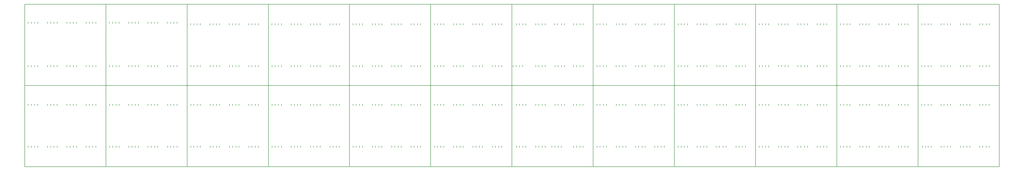
<source format=gto>
G75*
G70*
%OFA0B0*%
%FSLAX24Y24*%
%IPPOS*%
%LPD*%
%AMOC8*
5,1,8,0,0,1.08239X$1,22.5*
%
%ADD10C,0.0050*%
%ADD11C,0.0080*%
%ADD12C,0.0060*%
D10*
X000309Y003556D02*
X000309Y016154D01*
X012908Y016154D01*
X012908Y003556D01*
X025506Y003556D01*
X025506Y016154D01*
X038105Y016154D01*
X038105Y003556D01*
X050703Y003556D01*
X050703Y016154D01*
X063302Y016154D01*
X063302Y003556D01*
X075900Y003556D01*
X075900Y016154D01*
X088498Y016154D01*
X088498Y003556D01*
X101097Y003556D01*
X101097Y016154D01*
X113695Y016154D01*
X113695Y003556D01*
X126294Y003556D01*
X126294Y016154D01*
X138892Y016154D01*
X138892Y003556D01*
X151491Y003556D01*
X151491Y016154D01*
X138892Y016154D01*
X138892Y003556D01*
X126294Y003556D01*
X126294Y016154D01*
X113695Y016154D01*
X113695Y003556D01*
X101097Y003556D01*
X101097Y016154D01*
X101097Y028752D01*
X113695Y028752D01*
X113695Y016154D01*
X126294Y016154D01*
X126294Y028752D01*
X138892Y028752D01*
X138892Y016154D01*
X151491Y016154D01*
X151491Y028752D01*
X138892Y028752D01*
X138892Y016154D01*
X126294Y016154D01*
X126294Y028752D01*
X113695Y028752D01*
X113695Y016154D01*
X101097Y016154D01*
X088498Y016154D01*
X088498Y003556D01*
X075900Y003556D01*
X075900Y016154D01*
X063302Y016154D01*
X063302Y003556D01*
X050703Y003556D01*
X050703Y016154D01*
X050703Y028752D01*
X063302Y028752D01*
X063302Y016154D01*
X075900Y016154D01*
X075900Y028752D01*
X088498Y028752D01*
X088498Y016154D01*
X101097Y016154D01*
X101097Y028752D01*
X088498Y028752D01*
X088498Y016154D01*
X075900Y016154D01*
X075900Y028752D01*
X063302Y028752D01*
X063302Y016154D01*
X050703Y016154D01*
X038105Y016154D01*
X038105Y003556D01*
X025506Y003556D01*
X025506Y016154D01*
X012908Y016154D01*
X012908Y003556D01*
X000309Y003556D01*
X000309Y016154D02*
X000309Y028752D01*
X012908Y028752D01*
X012908Y016154D01*
X025506Y016154D01*
X025506Y028752D01*
X038105Y028752D01*
X038105Y016154D01*
X050703Y016154D01*
X050703Y028752D01*
X038105Y028752D01*
X038105Y016154D01*
X025506Y016154D01*
X025506Y028752D01*
X012908Y028752D01*
X012908Y016154D01*
X000309Y016154D01*
D11*
X000309Y003556D01*
X012908Y003556D01*
X012908Y016154D01*
X025506Y016154D01*
X025506Y003556D01*
X038105Y003556D01*
X038105Y016154D01*
X050703Y016154D01*
X050703Y003556D01*
X063302Y003556D01*
X063302Y016154D01*
X075900Y016154D01*
X075900Y003556D01*
X088498Y003556D01*
X088498Y016154D01*
X101097Y016154D01*
X101097Y003556D01*
X113695Y003556D01*
X113695Y016154D01*
X126294Y016154D01*
X126294Y003556D01*
X138892Y003556D01*
X138892Y016154D01*
X151491Y016154D01*
X151491Y003556D01*
X138892Y003556D01*
X138892Y016154D01*
X126294Y016154D01*
X126294Y003556D01*
X113695Y003556D01*
X113695Y016154D01*
X101097Y016154D01*
X101097Y028752D01*
X113695Y028752D01*
X113695Y016154D01*
X126294Y016154D01*
X126294Y028752D01*
X138892Y028752D01*
X138892Y016154D01*
X151491Y016154D01*
X151491Y028752D01*
X138892Y028752D01*
X138892Y016154D01*
X126294Y016154D01*
X126294Y028752D01*
X113695Y028752D01*
X113695Y016154D01*
X101097Y016154D01*
X101097Y003556D01*
X088498Y003556D01*
X088498Y016154D01*
X075900Y016154D01*
X075900Y003556D01*
X063302Y003556D01*
X063302Y016154D01*
X050703Y016154D01*
X050703Y028752D01*
X063302Y028752D01*
X063302Y016154D01*
X075900Y016154D01*
X075900Y028752D01*
X088498Y028752D01*
X088498Y016154D01*
X101097Y016154D01*
X101097Y028752D01*
X088498Y028752D01*
X088498Y016154D01*
X075900Y016154D01*
X075900Y028752D01*
X063302Y028752D01*
X063302Y016154D01*
X050703Y016154D01*
X050703Y003556D01*
X038105Y003556D01*
X038105Y016154D01*
X025506Y016154D01*
X025506Y003556D01*
X012908Y003556D01*
X012908Y016154D01*
X000309Y016154D01*
X000309Y028752D01*
X012908Y028752D01*
X012908Y016154D01*
X025506Y016154D01*
X025506Y028752D01*
X038105Y028752D01*
X038105Y016154D01*
X050703Y016154D01*
X050703Y028752D01*
X038105Y028752D01*
X038105Y016154D01*
X025506Y016154D01*
X025506Y028752D01*
X012908Y028752D01*
X012908Y016154D01*
X000309Y016154D01*
D12*
X000870Y019036D02*
X000870Y019272D01*
X001343Y019272D02*
X001343Y019036D01*
X001870Y019036D02*
X001870Y019272D01*
X002343Y019272D02*
X002343Y019036D01*
X003870Y019036D02*
X003870Y019272D01*
X004343Y019272D02*
X004343Y019036D01*
X004870Y019036D02*
X004870Y019272D01*
X005343Y019272D02*
X005343Y019036D01*
X006870Y019036D02*
X006870Y019272D01*
X007343Y019272D02*
X007343Y019036D01*
X007870Y019036D02*
X007870Y019272D01*
X008343Y019272D02*
X008343Y019036D01*
X009870Y019036D02*
X009870Y019272D01*
X010343Y019272D02*
X010343Y019036D01*
X010870Y019036D02*
X010870Y019272D01*
X011343Y019272D02*
X011343Y019036D01*
X013471Y019036D02*
X013471Y019272D01*
X013943Y019272D02*
X013943Y019036D01*
X014471Y019036D02*
X014471Y019272D01*
X014943Y019272D02*
X014943Y019036D01*
X016467Y019036D02*
X016467Y019272D01*
X016939Y019272D02*
X016939Y019036D01*
X017467Y019036D02*
X017467Y019272D01*
X017939Y019272D02*
X017939Y019036D01*
X019467Y019036D02*
X019467Y019272D01*
X019939Y019272D02*
X019939Y019036D01*
X020471Y019036D02*
X020471Y019272D01*
X020943Y019272D02*
X020943Y019036D01*
X022471Y019036D02*
X022471Y019272D01*
X022943Y019272D02*
X022943Y019036D01*
X023467Y019036D02*
X023467Y019272D01*
X023939Y019272D02*
X023939Y019036D01*
X026073Y019036D02*
X026073Y019272D01*
X026546Y019272D02*
X026546Y019036D01*
X027073Y019036D02*
X027073Y019272D01*
X027546Y019272D02*
X027546Y019036D01*
X029073Y019036D02*
X029073Y019272D01*
X029546Y019272D02*
X029546Y019036D01*
X030073Y019036D02*
X030073Y019272D01*
X030546Y019272D02*
X030546Y019036D01*
X032073Y019036D02*
X032073Y019272D01*
X032546Y019272D02*
X032546Y019036D01*
X033073Y019036D02*
X033073Y019272D01*
X033546Y019272D02*
X033546Y019036D01*
X035073Y019036D02*
X035073Y019272D01*
X035546Y019272D02*
X035546Y019036D01*
X036073Y019036D02*
X036073Y019272D01*
X036546Y019272D02*
X036546Y019036D01*
X038676Y019036D02*
X038676Y019272D01*
X039148Y019272D02*
X039148Y019036D01*
X039672Y019036D02*
X039672Y019272D01*
X040144Y019272D02*
X040144Y019036D01*
X041668Y019036D02*
X041668Y019272D01*
X042140Y019272D02*
X042140Y019036D01*
X042664Y019036D02*
X042664Y019272D01*
X043136Y019272D02*
X043136Y019036D01*
X044644Y019036D02*
X044644Y019272D01*
X045117Y019272D02*
X045117Y019036D01*
X045668Y019036D02*
X045668Y019272D01*
X046140Y019272D02*
X046140Y019036D01*
X047672Y019036D02*
X047672Y019272D01*
X048144Y019272D02*
X048144Y019036D01*
X048660Y019036D02*
X048660Y019272D01*
X049132Y019272D02*
X049132Y019036D01*
X051264Y019036D02*
X051264Y019272D01*
X051737Y019272D02*
X051737Y019036D01*
X052264Y019036D02*
X052264Y019272D01*
X052737Y019272D02*
X052737Y019036D01*
X054264Y019036D02*
X054264Y019272D01*
X054737Y019272D02*
X054737Y019036D01*
X055264Y019036D02*
X055264Y019272D01*
X055737Y019272D02*
X055737Y019036D01*
X057264Y019036D02*
X057264Y019272D01*
X057737Y019272D02*
X057737Y019036D01*
X058264Y019036D02*
X058264Y019272D01*
X058737Y019272D02*
X058737Y019036D01*
X060264Y019036D02*
X060264Y019272D01*
X060737Y019272D02*
X060737Y019036D01*
X061264Y019036D02*
X061264Y019272D01*
X061737Y019272D02*
X061737Y019036D01*
X063863Y019036D02*
X063863Y019272D01*
X064335Y019272D02*
X064335Y019036D01*
X064863Y019036D02*
X064863Y019272D01*
X065335Y019272D02*
X065335Y019036D01*
X066863Y019036D02*
X066863Y019272D01*
X067335Y019272D02*
X067335Y019036D01*
X067863Y019036D02*
X067863Y019272D01*
X068335Y019272D02*
X068335Y019036D01*
X069863Y019036D02*
X069863Y019272D01*
X070335Y019272D02*
X070335Y019036D01*
X070863Y019036D02*
X070863Y019272D01*
X071335Y019272D02*
X071335Y019036D01*
X072863Y019036D02*
X072863Y019272D01*
X073335Y019272D02*
X073335Y019036D01*
X073863Y019036D02*
X073863Y019272D01*
X074335Y019272D02*
X074335Y019036D01*
X076073Y019036D02*
X076073Y019272D01*
X076546Y019272D02*
X076546Y019036D01*
X077073Y019036D02*
X077073Y019272D01*
X077546Y019272D02*
X077546Y019036D01*
X079573Y019036D02*
X079573Y019272D01*
X080046Y019272D02*
X080046Y019036D01*
X080573Y019036D02*
X080573Y019272D01*
X081046Y019272D02*
X081046Y019036D01*
X082573Y019036D02*
X082573Y019272D01*
X083046Y019272D02*
X083046Y019036D01*
X083573Y019036D02*
X083573Y019272D01*
X084046Y019272D02*
X084046Y019036D01*
X085461Y019036D02*
X085461Y019272D01*
X085933Y019272D02*
X085933Y019036D01*
X086461Y019036D02*
X086461Y019272D01*
X086933Y019272D02*
X086933Y019036D01*
X089073Y019036D02*
X089073Y019272D01*
X089546Y019272D02*
X089546Y019036D01*
X090073Y019036D02*
X090073Y019272D01*
X090546Y019272D02*
X090546Y019036D01*
X092065Y019036D02*
X092065Y019272D01*
X092538Y019272D02*
X092538Y019036D01*
X093073Y019036D02*
X093073Y019272D01*
X093546Y019272D02*
X093546Y019036D01*
X095073Y019036D02*
X095073Y019272D01*
X095546Y019272D02*
X095546Y019036D01*
X096073Y019036D02*
X096073Y019272D01*
X096546Y019272D02*
X096546Y019036D01*
X098059Y019036D02*
X098059Y019272D01*
X098532Y019272D02*
X098532Y019036D01*
X099059Y019036D02*
X099059Y019272D01*
X099532Y019272D02*
X099532Y019036D01*
X101672Y019036D02*
X101672Y019272D01*
X102144Y019272D02*
X102144Y019036D01*
X102682Y019036D02*
X102682Y019272D01*
X103155Y019272D02*
X103155Y019036D01*
X104632Y019036D02*
X104632Y019272D01*
X105105Y019272D02*
X105105Y019036D01*
X105660Y019036D02*
X105660Y019272D01*
X106132Y019272D02*
X106132Y019036D01*
X107672Y019036D02*
X107672Y019272D01*
X108144Y019272D02*
X108144Y019036D01*
X108682Y019036D02*
X108682Y019272D01*
X109155Y019272D02*
X109155Y019036D01*
X110658Y019036D02*
X110658Y019272D01*
X111130Y019272D02*
X111130Y019036D01*
X111658Y019036D02*
X111658Y019272D01*
X112130Y019272D02*
X112130Y019036D01*
X114273Y019036D02*
X114273Y019272D01*
X114746Y019272D02*
X114746Y019036D01*
X115256Y019036D02*
X115256Y019272D01*
X115729Y019272D02*
X115729Y019036D01*
X117270Y019075D02*
X117270Y019311D01*
X117743Y019311D02*
X117743Y019075D01*
X118270Y019036D02*
X118270Y019272D01*
X118743Y019272D02*
X118743Y019036D01*
X120250Y019036D02*
X120250Y019272D01*
X120723Y019272D02*
X120723Y019036D01*
X121290Y019036D02*
X121290Y019272D01*
X121762Y019272D02*
X121762Y019036D01*
X123256Y019036D02*
X123256Y019272D01*
X123729Y019272D02*
X123729Y019036D01*
X124256Y019036D02*
X124256Y019272D01*
X124729Y019272D02*
X124729Y019036D01*
X126869Y019036D02*
X126869Y019272D01*
X127341Y019272D02*
X127341Y019036D01*
X127855Y019036D02*
X127855Y019272D01*
X128327Y019272D02*
X128327Y019036D01*
X129857Y019036D02*
X129857Y019272D01*
X130329Y019272D02*
X130329Y019036D01*
X130857Y019036D02*
X130857Y019272D01*
X131329Y019272D02*
X131329Y019036D01*
X132829Y019036D02*
X132829Y019272D01*
X133302Y019272D02*
X133302Y019036D01*
X133849Y019036D02*
X133849Y019272D01*
X134321Y019272D02*
X134321Y019036D01*
X135855Y019036D02*
X135855Y019272D01*
X136327Y019272D02*
X136327Y019036D01*
X136855Y019036D02*
X136855Y019272D01*
X137327Y019272D02*
X137327Y019036D01*
X139455Y019036D02*
X139455Y019272D01*
X139928Y019272D02*
X139928Y019036D01*
X140453Y019036D02*
X140453Y019272D01*
X140926Y019272D02*
X140926Y019036D01*
X142453Y019036D02*
X142453Y019272D01*
X142926Y019272D02*
X142926Y019036D01*
X143453Y019036D02*
X143453Y019272D01*
X143926Y019272D02*
X143926Y019036D01*
X145453Y019036D02*
X145453Y019272D01*
X145926Y019272D02*
X145926Y019036D01*
X146453Y019036D02*
X146453Y019272D01*
X146926Y019272D02*
X146926Y019036D01*
X148453Y019036D02*
X148453Y019272D01*
X148926Y019272D02*
X148926Y019036D01*
X149453Y019036D02*
X149453Y019272D01*
X149926Y019272D02*
X149926Y019036D01*
X149908Y013272D02*
X149908Y013036D01*
X149435Y013036D02*
X149435Y013272D01*
X148926Y013272D02*
X148926Y013036D01*
X148453Y013036D02*
X148453Y013272D01*
X146926Y013272D02*
X146926Y013036D01*
X146453Y013036D02*
X146453Y013272D01*
X145926Y013272D02*
X145926Y013036D01*
X145453Y013036D02*
X145453Y013272D01*
X143926Y013272D02*
X143926Y013036D01*
X143453Y013036D02*
X143453Y013272D01*
X142926Y013272D02*
X142926Y013036D01*
X142453Y013036D02*
X142453Y013272D01*
X140926Y013272D02*
X140926Y013036D01*
X140453Y013036D02*
X140453Y013272D01*
X139928Y013272D02*
X139928Y013036D01*
X139455Y013036D02*
X139455Y013272D01*
X137327Y013272D02*
X137327Y013036D01*
X136855Y013036D02*
X136855Y013272D01*
X136327Y013272D02*
X136327Y013036D01*
X135855Y013036D02*
X135855Y013272D01*
X134329Y013252D02*
X134329Y013016D01*
X133857Y013016D02*
X133857Y013252D01*
X133302Y013272D02*
X133302Y013036D01*
X132829Y013036D02*
X132829Y013272D01*
X131329Y013272D02*
X131329Y013036D01*
X130857Y013036D02*
X130857Y013272D01*
X130329Y013272D02*
X130329Y013036D01*
X129857Y013036D02*
X129857Y013272D01*
X128327Y013272D02*
X128327Y013036D01*
X127855Y013036D02*
X127855Y013272D01*
X127341Y013272D02*
X127341Y013036D01*
X126869Y013036D02*
X126869Y013272D01*
X124729Y013272D02*
X124729Y013036D01*
X124256Y013036D02*
X124256Y013272D01*
X123729Y013272D02*
X123729Y013036D01*
X123256Y013036D02*
X123256Y013272D01*
X121750Y013272D02*
X121750Y013036D01*
X121278Y013036D02*
X121278Y013272D01*
X120723Y013272D02*
X120723Y013036D01*
X120250Y013036D02*
X120250Y013272D01*
X118743Y013272D02*
X118743Y013036D01*
X118270Y013036D02*
X118270Y013272D01*
X117723Y013272D02*
X117723Y013036D01*
X117250Y013036D02*
X117250Y013272D01*
X115729Y013272D02*
X115729Y013036D01*
X115256Y013036D02*
X115256Y013272D01*
X114743Y013272D02*
X114743Y013036D01*
X114270Y013036D02*
X114270Y013272D01*
X112130Y013272D02*
X112130Y013036D01*
X111658Y013036D02*
X111658Y013272D01*
X111130Y013272D02*
X111130Y013036D01*
X110658Y013036D02*
X110658Y013272D01*
X109146Y013272D02*
X109146Y013036D01*
X108673Y013036D02*
X108673Y013272D01*
X108144Y013272D02*
X108144Y013036D01*
X107672Y013036D02*
X107672Y013272D01*
X106132Y013272D02*
X106132Y013036D01*
X105660Y013036D02*
X105660Y013272D01*
X105105Y013272D02*
X105105Y013036D01*
X104632Y013036D02*
X104632Y013272D01*
X103105Y013272D02*
X103105Y013036D01*
X102632Y013036D02*
X102632Y013272D01*
X102144Y013272D02*
X102144Y013036D01*
X101672Y013036D02*
X101672Y013272D01*
X099532Y013272D02*
X099532Y013036D01*
X099059Y013036D02*
X099059Y013272D01*
X098532Y013272D02*
X098532Y013036D01*
X098059Y013036D02*
X098059Y013272D01*
X096546Y013272D02*
X096546Y013036D01*
X096073Y013036D02*
X096073Y013272D01*
X095546Y013272D02*
X095546Y013036D01*
X095073Y013036D02*
X095073Y013272D01*
X093546Y013272D02*
X093546Y013036D01*
X093073Y013036D02*
X093073Y013272D01*
X092546Y013272D02*
X092546Y013036D01*
X092073Y013036D02*
X092073Y013272D01*
X090546Y013272D02*
X090546Y013036D01*
X090073Y013036D02*
X090073Y013272D01*
X089546Y013272D02*
X089546Y013036D01*
X089073Y013036D02*
X089073Y013272D01*
X086933Y013272D02*
X086933Y013036D01*
X086461Y013036D02*
X086461Y013272D01*
X085933Y013272D02*
X085933Y013036D01*
X085461Y013036D02*
X085461Y013272D01*
X084046Y013272D02*
X084046Y013036D01*
X083573Y013036D02*
X083573Y013272D01*
X083046Y013272D02*
X083046Y013036D01*
X082573Y013036D02*
X082573Y013272D01*
X081046Y013272D02*
X081046Y013036D01*
X080573Y013036D02*
X080573Y013272D01*
X080046Y013272D02*
X080046Y013036D01*
X079573Y013036D02*
X079573Y013272D01*
X078046Y013272D02*
X078046Y013036D01*
X077573Y013036D02*
X077573Y013272D01*
X077046Y013272D02*
X077046Y013036D01*
X076573Y013036D02*
X076573Y013272D01*
X074335Y013272D02*
X074335Y013036D01*
X073863Y013036D02*
X073863Y013272D01*
X073335Y013272D02*
X073335Y013036D01*
X072863Y013036D02*
X072863Y013272D01*
X071335Y013272D02*
X071335Y013036D01*
X070863Y013036D02*
X070863Y013272D01*
X070335Y013272D02*
X070335Y013036D01*
X069863Y013036D02*
X069863Y013272D01*
X068335Y013272D02*
X068335Y013036D01*
X067863Y013036D02*
X067863Y013272D01*
X067335Y013272D02*
X067335Y013036D01*
X066863Y013036D02*
X066863Y013272D01*
X065335Y013272D02*
X065335Y013036D01*
X064863Y013036D02*
X064863Y013272D01*
X064335Y013272D02*
X064335Y013036D01*
X063863Y013036D02*
X063863Y013272D01*
X061737Y013272D02*
X061737Y013036D01*
X061264Y013036D02*
X061264Y013272D01*
X060737Y013272D02*
X060737Y013036D01*
X060264Y013036D02*
X060264Y013272D01*
X058737Y013272D02*
X058737Y013036D01*
X058264Y013036D02*
X058264Y013272D01*
X057737Y013272D02*
X057737Y013036D01*
X057264Y013036D02*
X057264Y013272D01*
X055737Y013272D02*
X055737Y013036D01*
X055264Y013036D02*
X055264Y013272D01*
X054737Y013272D02*
X054737Y013036D01*
X054264Y013036D02*
X054264Y013272D01*
X052737Y013272D02*
X052737Y013036D01*
X052264Y013036D02*
X052264Y013272D01*
X051737Y013272D02*
X051737Y013036D01*
X051264Y013036D02*
X051264Y013272D01*
X049132Y013272D02*
X049132Y013036D01*
X048660Y013036D02*
X048660Y013272D01*
X048144Y013272D02*
X048144Y013036D01*
X047672Y013036D02*
X047672Y013272D01*
X046140Y013272D02*
X046140Y013036D01*
X045668Y013036D02*
X045668Y013272D01*
X045117Y013272D02*
X045117Y013036D01*
X044644Y013036D02*
X044644Y013272D01*
X043136Y013272D02*
X043136Y013036D01*
X042664Y013036D02*
X042664Y013272D01*
X042140Y013272D02*
X042140Y013036D01*
X041668Y013036D02*
X041668Y013272D01*
X040144Y013272D02*
X040144Y013036D01*
X039672Y013036D02*
X039672Y013272D01*
X039148Y013272D02*
X039148Y013036D01*
X038676Y013036D02*
X038676Y013272D01*
X036546Y013272D02*
X036546Y013036D01*
X036073Y013036D02*
X036073Y013272D01*
X035546Y013272D02*
X035546Y013036D01*
X035073Y013036D02*
X035073Y013272D01*
X033546Y013272D02*
X033546Y013036D01*
X033073Y013036D02*
X033073Y013272D01*
X032546Y013272D02*
X032546Y013036D01*
X032073Y013036D02*
X032073Y013272D01*
X030546Y013272D02*
X030546Y013036D01*
X030073Y013036D02*
X030073Y013272D01*
X029546Y013272D02*
X029546Y013036D01*
X029073Y013036D02*
X029073Y013272D01*
X027546Y013272D02*
X027546Y013036D01*
X027073Y013036D02*
X027073Y013272D01*
X026546Y013272D02*
X026546Y013036D01*
X026073Y013036D02*
X026073Y013272D01*
X023939Y013272D02*
X023939Y013036D01*
X023467Y013036D02*
X023467Y013272D01*
X022943Y013272D02*
X022943Y013036D01*
X022471Y013036D02*
X022471Y013272D01*
X020943Y013272D02*
X020943Y013036D01*
X020471Y013036D02*
X020471Y013272D01*
X019939Y013272D02*
X019939Y013036D01*
X019467Y013036D02*
X019467Y013272D01*
X017939Y013272D02*
X017939Y013036D01*
X017467Y013036D02*
X017467Y013272D01*
X016939Y013272D02*
X016939Y013036D01*
X016467Y013036D02*
X016467Y013272D01*
X014943Y013272D02*
X014943Y013036D01*
X014471Y013036D02*
X014471Y013272D01*
X013943Y013272D02*
X013943Y013036D01*
X013471Y013036D02*
X013471Y013272D01*
X011343Y013272D02*
X011343Y013036D01*
X010870Y013036D02*
X010870Y013272D01*
X010343Y013272D02*
X010343Y013036D01*
X009870Y013036D02*
X009870Y013272D01*
X008343Y013272D02*
X008343Y013036D01*
X007870Y013036D02*
X007870Y013272D01*
X007343Y013272D02*
X007343Y013036D01*
X006870Y013036D02*
X006870Y013272D01*
X005343Y013272D02*
X005343Y013036D01*
X004870Y013036D02*
X004870Y013272D01*
X004343Y013272D02*
X004343Y013036D01*
X003870Y013036D02*
X003870Y013272D01*
X002343Y013272D02*
X002343Y013036D01*
X001870Y013036D02*
X001870Y013272D01*
X001343Y013272D02*
X001343Y013036D01*
X000870Y013036D02*
X000870Y013272D01*
X000870Y006772D02*
X000870Y006536D01*
X001343Y006536D02*
X001343Y006772D01*
X001870Y006772D02*
X001870Y006536D01*
X002343Y006536D02*
X002343Y006772D01*
X003870Y006772D02*
X003870Y006536D01*
X004343Y006536D02*
X004343Y006772D01*
X004870Y006772D02*
X004870Y006536D01*
X005343Y006536D02*
X005343Y006772D01*
X006870Y006772D02*
X006870Y006536D01*
X007343Y006536D02*
X007343Y006772D01*
X007870Y006772D02*
X007870Y006536D01*
X008343Y006536D02*
X008343Y006772D01*
X009870Y006772D02*
X009870Y006536D01*
X010343Y006536D02*
X010343Y006772D01*
X010870Y006772D02*
X010870Y006536D01*
X011343Y006536D02*
X011343Y006772D01*
X013471Y006772D02*
X013471Y006536D01*
X013943Y006536D02*
X013943Y006772D01*
X014471Y006772D02*
X014471Y006536D01*
X014943Y006536D02*
X014943Y006772D01*
X016467Y006772D02*
X016467Y006536D01*
X016939Y006536D02*
X016939Y006772D01*
X017467Y006772D02*
X017467Y006536D01*
X017939Y006536D02*
X017939Y006772D01*
X019467Y006772D02*
X019467Y006536D01*
X019939Y006536D02*
X019939Y006772D01*
X020471Y006772D02*
X020471Y006536D01*
X020943Y006536D02*
X020943Y006772D01*
X022471Y006772D02*
X022471Y006536D01*
X022943Y006536D02*
X022943Y006772D01*
X023467Y006772D02*
X023467Y006536D01*
X023939Y006536D02*
X023939Y006772D01*
X026073Y006772D02*
X026073Y006536D01*
X026546Y006536D02*
X026546Y006772D01*
X027073Y006772D02*
X027073Y006536D01*
X027546Y006536D02*
X027546Y006772D01*
X029073Y006772D02*
X029073Y006536D01*
X029546Y006536D02*
X029546Y006772D01*
X030073Y006772D02*
X030073Y006536D01*
X030546Y006536D02*
X030546Y006772D01*
X032073Y006772D02*
X032073Y006536D01*
X032546Y006536D02*
X032546Y006772D01*
X033073Y006772D02*
X033073Y006536D01*
X033546Y006536D02*
X033546Y006772D01*
X035073Y006772D02*
X035073Y006536D01*
X035546Y006536D02*
X035546Y006772D01*
X036073Y006772D02*
X036073Y006536D01*
X036546Y006536D02*
X036546Y006772D01*
X038676Y006772D02*
X038676Y006536D01*
X039148Y006536D02*
X039148Y006772D01*
X039672Y006772D02*
X039672Y006536D01*
X040144Y006536D02*
X040144Y006772D01*
X041668Y006772D02*
X041668Y006536D01*
X042140Y006536D02*
X042140Y006772D01*
X042664Y006772D02*
X042664Y006536D01*
X043136Y006536D02*
X043136Y006772D01*
X044644Y006772D02*
X044644Y006536D01*
X045117Y006536D02*
X045117Y006772D01*
X045668Y006772D02*
X045668Y006536D01*
X046140Y006536D02*
X046140Y006772D01*
X047672Y006772D02*
X047672Y006536D01*
X048144Y006536D02*
X048144Y006772D01*
X048660Y006772D02*
X048660Y006536D01*
X049132Y006536D02*
X049132Y006772D01*
X051264Y006772D02*
X051264Y006536D01*
X051737Y006536D02*
X051737Y006772D01*
X052264Y006772D02*
X052264Y006536D01*
X052737Y006536D02*
X052737Y006772D01*
X054264Y006772D02*
X054264Y006536D01*
X054737Y006536D02*
X054737Y006772D01*
X055264Y006772D02*
X055264Y006536D01*
X055737Y006536D02*
X055737Y006772D01*
X057264Y006772D02*
X057264Y006536D01*
X057737Y006536D02*
X057737Y006772D01*
X058264Y006772D02*
X058264Y006536D01*
X058737Y006536D02*
X058737Y006772D01*
X060264Y006772D02*
X060264Y006536D01*
X060737Y006536D02*
X060737Y006772D01*
X061264Y006772D02*
X061264Y006536D01*
X061737Y006536D02*
X061737Y006772D01*
X063863Y006772D02*
X063863Y006536D01*
X064335Y006536D02*
X064335Y006772D01*
X064863Y006772D02*
X064863Y006536D01*
X065335Y006536D02*
X065335Y006772D01*
X066863Y006772D02*
X066863Y006536D01*
X067335Y006536D02*
X067335Y006772D01*
X067863Y006772D02*
X067863Y006536D01*
X068335Y006536D02*
X068335Y006772D01*
X069863Y006772D02*
X069863Y006536D01*
X070335Y006536D02*
X070335Y006772D01*
X070863Y006772D02*
X070863Y006536D01*
X071335Y006536D02*
X071335Y006772D01*
X072863Y006772D02*
X072863Y006536D01*
X073335Y006536D02*
X073335Y006772D01*
X073863Y006772D02*
X073863Y006536D01*
X074335Y006536D02*
X074335Y006772D01*
X076573Y006772D02*
X076573Y006536D01*
X077046Y006536D02*
X077046Y006772D01*
X077573Y006772D02*
X077573Y006536D01*
X078046Y006536D02*
X078046Y006772D01*
X079573Y006772D02*
X079573Y006536D01*
X080046Y006536D02*
X080046Y006772D01*
X080573Y006772D02*
X080573Y006536D01*
X081046Y006536D02*
X081046Y006772D01*
X082073Y006772D02*
X082073Y006536D01*
X082546Y006536D02*
X082546Y006772D01*
X083073Y006772D02*
X083073Y006536D01*
X083546Y006536D02*
X083546Y006772D01*
X085461Y006772D02*
X085461Y006536D01*
X085933Y006536D02*
X085933Y006772D01*
X086461Y006772D02*
X086461Y006536D01*
X086933Y006536D02*
X086933Y006772D01*
X089073Y006772D02*
X089073Y006536D01*
X089546Y006536D02*
X089546Y006772D01*
X090073Y006772D02*
X090073Y006536D01*
X090546Y006536D02*
X090546Y006772D01*
X092073Y006772D02*
X092073Y006536D01*
X092546Y006536D02*
X092546Y006772D01*
X093073Y006772D02*
X093073Y006536D01*
X093546Y006536D02*
X093546Y006772D01*
X095073Y006772D02*
X095073Y006536D01*
X095546Y006536D02*
X095546Y006772D01*
X096073Y006772D02*
X096073Y006536D01*
X096546Y006536D02*
X096546Y006772D01*
X098059Y006772D02*
X098059Y006536D01*
X098532Y006536D02*
X098532Y006772D01*
X099059Y006772D02*
X099059Y006536D01*
X099532Y006536D02*
X099532Y006772D01*
X101672Y006772D02*
X101672Y006536D01*
X102144Y006536D02*
X102144Y006772D01*
X102632Y006772D02*
X102632Y006536D01*
X103105Y006536D02*
X103105Y006772D01*
X104632Y006772D02*
X104632Y006536D01*
X105105Y006536D02*
X105105Y006772D01*
X105660Y006772D02*
X105660Y006536D01*
X106132Y006536D02*
X106132Y006772D01*
X107573Y006772D02*
X107573Y006536D01*
X108046Y006536D02*
X108046Y006772D01*
X108652Y006772D02*
X108652Y006536D01*
X109124Y006536D02*
X109124Y006772D01*
X110658Y006772D02*
X110658Y006536D01*
X111130Y006536D02*
X111130Y006772D01*
X111658Y006772D02*
X111658Y006536D01*
X112130Y006536D02*
X112130Y006772D01*
X114270Y006772D02*
X114270Y006536D01*
X114743Y006536D02*
X114743Y006772D01*
X115256Y006772D02*
X115256Y006536D01*
X115729Y006536D02*
X115729Y006772D01*
X117258Y006772D02*
X117258Y006536D01*
X117731Y006536D02*
X117731Y006772D01*
X118258Y006772D02*
X118258Y006536D01*
X118731Y006536D02*
X118731Y006772D01*
X120211Y006772D02*
X120211Y006536D01*
X120683Y006536D02*
X120683Y006772D01*
X121290Y006772D02*
X121290Y006536D01*
X121762Y006536D02*
X121762Y006772D01*
X123256Y006772D02*
X123256Y006536D01*
X123729Y006536D02*
X123729Y006772D01*
X124256Y006772D02*
X124256Y006536D01*
X124729Y006536D02*
X124729Y006772D01*
X126869Y006772D02*
X126869Y006536D01*
X127341Y006536D02*
X127341Y006772D01*
X127855Y006772D02*
X127855Y006536D01*
X128327Y006536D02*
X128327Y006772D01*
X129857Y006772D02*
X129857Y006536D01*
X130329Y006536D02*
X130329Y006772D01*
X130857Y006772D02*
X130857Y006536D01*
X131329Y006536D02*
X131329Y006772D01*
X132829Y006772D02*
X132829Y006536D01*
X133302Y006536D02*
X133302Y006772D01*
X133869Y006772D02*
X133869Y006536D01*
X134341Y006536D02*
X134341Y006772D01*
X135855Y006772D02*
X135855Y006536D01*
X136327Y006536D02*
X136327Y006772D01*
X136855Y006772D02*
X136855Y006536D01*
X137327Y006536D02*
X137327Y006772D01*
X139573Y006772D02*
X139573Y006536D01*
X140046Y006536D02*
X140046Y006772D01*
X140453Y006772D02*
X140453Y006536D01*
X140926Y006536D02*
X140926Y006772D01*
X142453Y006772D02*
X142453Y006536D01*
X142926Y006536D02*
X142926Y006772D01*
X143453Y006772D02*
X143453Y006536D01*
X143926Y006536D02*
X143926Y006772D01*
X145453Y006772D02*
X145453Y006536D01*
X145926Y006536D02*
X145926Y006772D01*
X146453Y006772D02*
X146453Y006536D01*
X146926Y006536D02*
X146926Y006772D01*
X148453Y006772D02*
X148453Y006536D01*
X148926Y006536D02*
X148926Y006772D01*
X149453Y006772D02*
X149453Y006536D01*
X149926Y006536D02*
X149926Y006772D01*
X149926Y025536D02*
X149926Y025772D01*
X149453Y025772D02*
X149453Y025536D01*
X148926Y025536D02*
X148926Y025772D01*
X148453Y025772D02*
X148453Y025536D01*
X146926Y025536D02*
X146926Y025772D01*
X146453Y025772D02*
X146453Y025536D01*
X145926Y025536D02*
X145926Y025772D01*
X145453Y025772D02*
X145453Y025536D01*
X143926Y025536D02*
X143926Y025772D01*
X143453Y025772D02*
X143453Y025536D01*
X142926Y025536D02*
X142926Y025772D01*
X142453Y025772D02*
X142453Y025536D01*
X140926Y025536D02*
X140926Y025772D01*
X140453Y025772D02*
X140453Y025536D01*
X139947Y025536D02*
X139947Y025772D01*
X139475Y025772D02*
X139475Y025536D01*
X137327Y025536D02*
X137327Y025772D01*
X136855Y025772D02*
X136855Y025536D01*
X136327Y025536D02*
X136327Y025772D01*
X135855Y025772D02*
X135855Y025536D01*
X134341Y025536D02*
X134341Y025772D01*
X133869Y025772D02*
X133869Y025536D01*
X133302Y025536D02*
X133302Y025772D01*
X132829Y025772D02*
X132829Y025536D01*
X131302Y025536D02*
X131302Y025772D01*
X130829Y025772D02*
X130829Y025536D01*
X130321Y025536D02*
X130321Y025772D01*
X129849Y025772D02*
X129849Y025536D01*
X128327Y025536D02*
X128327Y025772D01*
X127855Y025772D02*
X127855Y025536D01*
X127341Y025536D02*
X127341Y025772D01*
X126869Y025772D02*
X126869Y025536D01*
X124729Y025536D02*
X124729Y025772D01*
X124256Y025772D02*
X124256Y025536D01*
X123729Y025536D02*
X123729Y025772D01*
X123256Y025772D02*
X123256Y025536D01*
X121743Y025536D02*
X121743Y025772D01*
X121270Y025772D02*
X121270Y025536D01*
X120723Y025536D02*
X120723Y025772D01*
X120250Y025772D02*
X120250Y025536D01*
X118723Y025536D02*
X118723Y025772D01*
X118250Y025772D02*
X118250Y025536D01*
X117743Y025536D02*
X117743Y025772D01*
X117270Y025772D02*
X117270Y025536D01*
X115729Y025536D02*
X115729Y025772D01*
X115256Y025772D02*
X115256Y025536D01*
X114743Y025536D02*
X114743Y025772D01*
X114270Y025772D02*
X114270Y025536D01*
X112130Y025536D02*
X112130Y025772D01*
X111658Y025772D02*
X111658Y025536D01*
X111130Y025536D02*
X111130Y025772D01*
X110658Y025772D02*
X110658Y025536D01*
X109128Y025536D02*
X109128Y025772D01*
X108656Y025772D02*
X108656Y025536D01*
X108144Y025536D02*
X108144Y025772D01*
X107672Y025772D02*
X107672Y025536D01*
X106132Y025536D02*
X106132Y025772D01*
X105660Y025772D02*
X105660Y025536D01*
X105105Y025536D02*
X105105Y025772D01*
X104632Y025772D02*
X104632Y025536D01*
X103105Y025536D02*
X103105Y025772D01*
X102632Y025772D02*
X102632Y025536D01*
X102144Y025536D02*
X102144Y025772D01*
X101672Y025772D02*
X101672Y025536D01*
X099532Y025536D02*
X099532Y025772D01*
X099059Y025772D02*
X099059Y025536D01*
X098532Y025536D02*
X098532Y025772D01*
X098059Y025772D02*
X098059Y025536D01*
X096546Y025536D02*
X096546Y025772D01*
X096073Y025772D02*
X096073Y025536D01*
X095546Y025536D02*
X095546Y025772D01*
X095073Y025772D02*
X095073Y025536D01*
X093546Y025536D02*
X093546Y025772D01*
X093073Y025772D02*
X093073Y025536D01*
X092546Y025536D02*
X092546Y025772D01*
X092073Y025772D02*
X092073Y025536D01*
X090546Y025536D02*
X090546Y025772D01*
X090073Y025772D02*
X090073Y025536D01*
X089546Y025536D02*
X089546Y025772D01*
X089073Y025772D02*
X089073Y025536D01*
X086933Y025536D02*
X086933Y025772D01*
X086461Y025772D02*
X086461Y025536D01*
X085933Y025536D02*
X085933Y025772D01*
X085461Y025772D02*
X085461Y025536D01*
X084046Y025536D02*
X084046Y025772D01*
X083573Y025772D02*
X083573Y025536D01*
X082933Y025536D02*
X082933Y025772D01*
X082461Y025772D02*
X082461Y025536D01*
X081046Y025536D02*
X081046Y025772D01*
X080573Y025772D02*
X080573Y025536D01*
X080046Y025536D02*
X080046Y025772D01*
X079573Y025772D02*
X079573Y025536D01*
X078046Y025536D02*
X078046Y025772D01*
X077573Y025772D02*
X077573Y025536D01*
X077046Y025536D02*
X077046Y025772D01*
X076573Y025772D02*
X076573Y025536D01*
X074335Y025536D02*
X074335Y025772D01*
X073863Y025772D02*
X073863Y025536D01*
X073335Y025536D02*
X073335Y025772D01*
X072863Y025772D02*
X072863Y025536D01*
X071335Y025536D02*
X071335Y025772D01*
X070863Y025772D02*
X070863Y025536D01*
X070335Y025536D02*
X070335Y025772D01*
X069863Y025772D02*
X069863Y025536D01*
X068335Y025536D02*
X068335Y025772D01*
X067863Y025772D02*
X067863Y025536D01*
X067335Y025536D02*
X067335Y025772D01*
X066863Y025772D02*
X066863Y025536D01*
X065335Y025536D02*
X065335Y025772D01*
X064863Y025772D02*
X064863Y025536D01*
X064335Y025536D02*
X064335Y025772D01*
X063863Y025772D02*
X063863Y025536D01*
X061737Y025536D02*
X061737Y025772D01*
X061264Y025772D02*
X061264Y025536D01*
X060737Y025536D02*
X060737Y025772D01*
X060264Y025772D02*
X060264Y025536D01*
X058737Y025536D02*
X058737Y025772D01*
X058264Y025772D02*
X058264Y025536D01*
X057737Y025536D02*
X057737Y025772D01*
X057264Y025772D02*
X057264Y025536D01*
X055737Y025536D02*
X055737Y025772D01*
X055264Y025772D02*
X055264Y025536D01*
X054737Y025536D02*
X054737Y025772D01*
X054264Y025772D02*
X054264Y025536D01*
X052737Y025536D02*
X052737Y025772D01*
X052264Y025772D02*
X052264Y025536D01*
X051737Y025536D02*
X051737Y025772D01*
X051264Y025772D02*
X051264Y025536D01*
X049138Y025536D02*
X049138Y025772D01*
X048666Y025772D02*
X048666Y025536D01*
X048138Y025536D02*
X048138Y025772D01*
X047666Y025772D02*
X047666Y025536D01*
X046138Y025536D02*
X046138Y025772D01*
X045666Y025772D02*
X045666Y025536D01*
X045138Y025536D02*
X045138Y025772D01*
X044666Y025772D02*
X044666Y025536D01*
X043138Y025536D02*
X043138Y025772D01*
X042666Y025772D02*
X042666Y025536D01*
X042138Y025536D02*
X042138Y025772D01*
X041666Y025772D02*
X041666Y025536D01*
X040138Y025536D02*
X040138Y025772D01*
X039666Y025772D02*
X039666Y025536D01*
X039138Y025536D02*
X039138Y025772D01*
X038666Y025772D02*
X038666Y025536D01*
X036540Y025536D02*
X036540Y025772D01*
X036067Y025772D02*
X036067Y025536D01*
X035540Y025536D02*
X035540Y025772D01*
X035067Y025772D02*
X035067Y025536D01*
X033540Y025536D02*
X033540Y025772D01*
X033067Y025772D02*
X033067Y025536D01*
X032540Y025536D02*
X032540Y025772D01*
X032067Y025772D02*
X032067Y025536D01*
X030540Y025536D02*
X030540Y025772D01*
X030067Y025772D02*
X030067Y025536D01*
X029540Y025536D02*
X029540Y025772D01*
X029067Y025772D02*
X029067Y025536D01*
X027540Y025536D02*
X027540Y025772D01*
X027067Y025772D02*
X027067Y025536D01*
X026540Y025536D02*
X026540Y025772D01*
X026067Y025772D02*
X026067Y025536D01*
X023941Y025786D02*
X023941Y026022D01*
X023469Y026022D02*
X023469Y025786D01*
X022941Y025786D02*
X022941Y026022D01*
X022469Y026022D02*
X022469Y025786D01*
X020941Y025786D02*
X020941Y026022D01*
X020469Y026022D02*
X020469Y025786D01*
X019941Y025786D02*
X019941Y026022D01*
X019469Y026022D02*
X019469Y025786D01*
X017941Y025786D02*
X017941Y026022D01*
X017469Y026022D02*
X017469Y025786D01*
X016941Y025786D02*
X016941Y026022D01*
X016469Y026022D02*
X016469Y025786D01*
X014941Y025786D02*
X014941Y026022D01*
X014469Y026022D02*
X014469Y025786D01*
X013941Y025786D02*
X013941Y026022D01*
X013469Y026022D02*
X013469Y025786D01*
X011343Y025786D02*
X011343Y026022D01*
X010870Y026022D02*
X010870Y025786D01*
X010343Y025786D02*
X010343Y026022D01*
X009870Y026022D02*
X009870Y025786D01*
X008343Y025786D02*
X008343Y026022D01*
X007870Y026022D02*
X007870Y025786D01*
X007343Y025786D02*
X007343Y026022D01*
X006870Y026022D02*
X006870Y025786D01*
X005343Y025786D02*
X005343Y026022D01*
X004870Y026022D02*
X004870Y025786D01*
X004343Y025786D02*
X004343Y026022D01*
X003870Y026022D02*
X003870Y025786D01*
X002343Y025786D02*
X002343Y026022D01*
X001870Y026022D02*
X001870Y025786D01*
X001343Y025786D02*
X001343Y026022D01*
X000870Y026022D02*
X000870Y025786D01*
M02*

</source>
